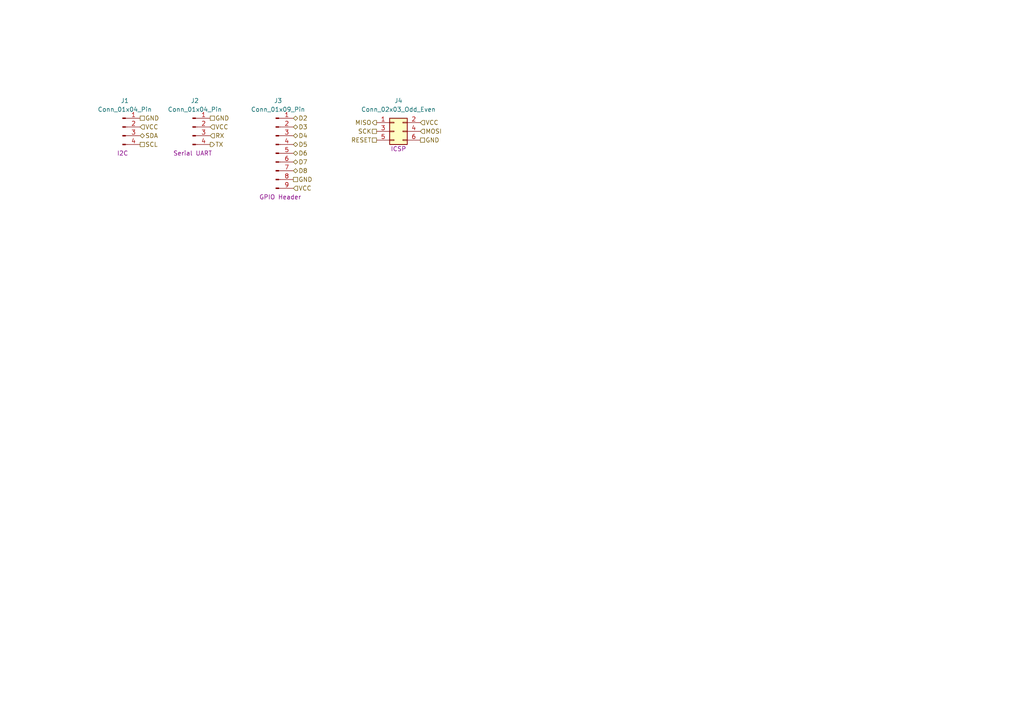
<source format=kicad_sch>
(kicad_sch (version 20231120) (generator "eeschema") (generator_version "8.0")
  (paper "A4")
  (lib_symbols
    (symbol "Connector:Conn_01x04_Pin" (pin_names (offset 1.016) hide)
      (property "Reference" "J" (at 0 5.08 0))
      (property "Value" "Conn_01x04_Pin" (at 0 -7.62 0))
      (symbol "Conn_01x04_Pin_1_1"
        (polyline (pts (xy 1.27 -5.08) (xy 0.8636 -5.08)) (stroke (width 0.1524)))
        (polyline (pts (xy 1.27 -2.54) (xy 0.8636 -2.54)) (stroke (width 0.1524)))
        (polyline (pts (xy 1.27 0) (xy 0.8636 0)) (stroke (width 0.1524)))
        (polyline (pts (xy 1.27 2.54) (xy 0.8636 2.54)) (stroke (width 0.1524)))
        (rectangle (start 0.8636 -4.953) (end 0 -5.207) (stroke (width 0.1524)) (fill (type outline)))
        (rectangle (start 0.8636 -2.413) (end 0 -2.667) (stroke (width 0.1524)) (fill (type outline)))
        (rectangle (start 0.8636 0.127) (end 0 -0.127) (stroke (width 0.1524)) (fill (type outline)))
        (rectangle (start 0.8636 2.667) (end 0 2.413) (stroke (width 0.1524)) (fill (type outline)))
        (pin passive line (at 5.08 2.54 180) (length 3.81) (name "Pin_1") (number "1"))
        (pin passive line (at 5.08 0 180) (length 3.81) (name "Pin_2") (number "2"))
        (pin passive line (at 5.08 -2.54 180) (length 3.81) (name "Pin_3") (number "3"))
        (pin passive line (at 5.08 -5.08 180) (length 3.81) (name "Pin_4") (number "4"))
      )
    )
    (symbol "Connector:Conn_01x09_Pin" (pin_names (offset 1.016) hide)
      (property "Reference" "J" (at 0 12.7 0))
      (property "Value" "Conn_01x09_Pin" (at 0 -12.7 0))
      (symbol "Conn_01x09_Pin_1_1"
        (polyline (pts (xy 1.27 -10.16) (xy 0.8636 -10.16)) (stroke (width 0.1524)))
        (polyline (pts (xy 1.27 -7.62) (xy 0.8636 -7.62)) (stroke (width 0.1524)))
        (polyline (pts (xy 1.27 -5.08) (xy 0.8636 -5.08)) (stroke (width 0.1524)))
        (polyline (pts (xy 1.27 -2.54) (xy 0.8636 -2.54)) (stroke (width 0.1524)))
        (polyline (pts (xy 1.27 0) (xy 0.8636 0)) (stroke (width 0.1524)))
        (polyline (pts (xy 1.27 2.54) (xy 0.8636 2.54)) (stroke (width 0.1524)))
        (polyline (pts (xy 1.27 5.08) (xy 0.8636 5.08)) (stroke (width 0.1524)))
        (polyline (pts (xy 1.27 7.62) (xy 0.8636 7.62)) (stroke (width 0.1524)))
        (polyline (pts (xy 1.27 10.16) (xy 0.8636 10.16)) (stroke (width 0.1524)))
        (rectangle (start 0.8636 -10.033) (end 0 -10.287) (stroke (width 0.1524)) (fill (type outline)))
        (rectangle (start 0.8636 -7.493) (end 0 -7.747) (stroke (width 0.1524)) (fill (type outline)))
        (rectangle (start 0.8636 -4.953) (end 0 -5.207) (stroke (width 0.1524)) (fill (type outline)))
        (rectangle (start 0.8636 -2.413) (end 0 -2.667) (stroke (width 0.1524)) (fill (type outline)))
        (rectangle (start 0.8636 0.127) (end 0 -0.127) (stroke (width 0.1524)) (fill (type outline)))
        (rectangle (start 0.8636 2.667) (end 0 2.413) (stroke (width 0.1524)) (fill (type outline)))
        (rectangle (start 0.8636 5.207) (end 0 4.953) (stroke (width 0.1524)) (fill (type outline)))
        (rectangle (start 0.8636 7.747) (end 0 7.493) (stroke (width 0.1524)) (fill (type outline)))
        (rectangle (start 0.8636 10.287) (end 0 10.033) (stroke (width 0.1524)) (fill (type outline)))
        (pin passive line (at 5.08 10.16 180) (length 3.81) (name "Pin_1") (number "1"))
        (pin passive line (at 5.08 7.62 180) (length 3.81) (name "Pin_2") (number "2"))
        (pin passive line (at 5.08 5.08 180) (length 3.81) (name "Pin_3") (number "3"))
        (pin passive line (at 5.08 2.54 180) (length 3.81) (name "Pin_4") (number "4"))
        (pin passive line (at 5.08 0 180) (length 3.81) (name "Pin_5") (number "5"))
        (pin passive line (at 5.08 -2.54 180) (length 3.81) (name "Pin_6") (number "6"))
        (pin passive line (at 5.08 -5.08 180) (length 3.81) (name "Pin_7") (number "7"))
        (pin passive line (at 5.08 -7.62 180) (length 3.81) (name "Pin_8") (number "8"))
        (pin passive line (at 5.08 -10.16 180) (length 3.81) (name "Pin_9") (number "9"))
      )
    )
    (symbol "Connector_Generic:Conn_02x03_Odd_Even" (pin_names (offset 1.016) hide)
      (property "Reference" "J" (at 1.27 5.08 0))
      (property "Value" "Conn_02x03_Odd_Even" (at 1.27 -5.08 0))
      (symbol "Conn_02x03_Odd_Even_1_1"
        (rectangle (start -1.27 -2.413) (end 0 -2.667) (stroke (width 0.1524)))
        (rectangle (start -1.27 0.127) (end 0 -0.127) (stroke (width 0.1524)))
        (rectangle (start -1.27 2.667) (end 0 2.413) (stroke (width 0.1524)))
        (rectangle (start -1.27 3.81) (end 3.81 -3.81) (stroke (width 0.254)) (fill (type background)))
        (rectangle (start 3.81 -2.413) (end 2.54 -2.667) (stroke (width 0.1524)))
        (rectangle (start 3.81 0.127) (end 2.54 -0.127) (stroke (width 0.1524)))
        (rectangle (start 3.81 2.667) (end 2.54 2.413) (stroke (width 0.1524)))
        (pin passive line (at -5.08 2.54 0) (length 3.81) (name "Pin_1") (number "1"))
        (pin passive line (at 7.62 2.54 180) (length 3.81) (name "Pin_2") (number "2"))
        (pin passive line (at -5.08 0 0) (length 3.81) (name "Pin_3") (number "3"))
        (pin passive line (at 7.62 0 180) (length 3.81) (name "Pin_4") (number "4"))
        (pin passive line (at -5.08 -2.54 0) (length 3.81) (name "Pin_5") (number "5"))
        (pin passive line (at 7.62 -2.54 180) (length 3.81) (name "Pin_6") (number "6"))
      )
    )
  )
  (hierarchical_label "VCC" (shape input) (at 85.09 54.61 0))
  (hierarchical_label "SCK" (shape passive) (at 109.22 38.1 180))
  (hierarchical_label "D6" (shape bidirectional) (at 85.09 44.45 0))
  (hierarchical_label "VCC" (shape input) (at 40.64 36.83 0))
  (hierarchical_label "RESET" (shape passive) (at 109.22 40.64 180))
  (hierarchical_label "D7" (shape bidirectional) (at 85.09 46.99 0))
  (hierarchical_label "D8" (shape bidirectional) (at 85.09 49.53 0))
  (hierarchical_label "MISO" (shape output) (at 109.22 35.56 180))
  (hierarchical_label "GND" (shape passive) (at 40.64 34.29 0))
  (hierarchical_label "D5" (shape bidirectional) (at 85.09 41.91 0))
  (hierarchical_label "GND" (shape passive) (at 85.09 52.07 0))
  (hierarchical_label "SDA" (shape bidirectional) (at 40.64 39.37 0))
  (hierarchical_label "D3" (shape bidirectional) (at 85.09 36.83 0))
  (hierarchical_label "D2" (shape bidirectional) (at 85.09 34.29 0))
  (hierarchical_label "RX" (shape input) (at 60.96 39.37 0))
  (hierarchical_label "D4" (shape bidirectional) (at 85.09 39.37 0))
  (hierarchical_label "GND" (shape passive) (at 121.92 40.64 0))
  (hierarchical_label "GND" (shape passive) (at 60.96 34.29 0))
  (hierarchical_label "SCL" (shape passive) (at 40.64 41.91 0))
  (hierarchical_label "MOSI" (shape input) (at 121.92 38.1 0))
  (hierarchical_label "VCC" (shape input) (at 60.96 36.83 0))
  (hierarchical_label "TX" (shape output) (at 60.96 41.91 0))
  (hierarchical_label "VCC" (shape input) (at 121.92 35.56 0))
  (symbol (lib_id "Connector_Generic:Conn_02x03_Odd_Even") (at 114.3 38.1 0) (unit 1)
    (property "Reference" "J4" (at 115.57 29.21 0))
    (property "Value" "Conn_02x03_Odd_Even" (at 115.57 31.75 0))
    (property "Footprint" "Connector_PinHeader_2.54mm:PinHeader_2x03_P2.54mm_Vertical" (effects (hide yes)))
    (property "Description" "Generic connector, double row, 02x03, odd/even pin numbering scheme (row 1 odd numbers, row 2 even numbers), script generated (kicad-library-utils/schlib/autogen/connector/)" (effects (hide yes)))
    (property "Purpose" "ICSP" (at 115.57 43.18 0))
  )
  (symbol (lib_id "Connector:Conn_01x09_Pin") (at 80.01 44.45 0) (unit 1)
    (property "Reference" "J3" (at 80.645 29.21 0))
    (property "Value" "Conn_01x09_Pin" (at 80.645 31.75 0))
    (property "Footprint" "Connector_PinHeader_2.54mm:PinHeader_1x09_P2.54mm_Vertical" (effects (hide yes)))
    (property "Description" "Generic connector, single row, 01x09, script generated" (effects (hide yes)))
    (property "Purpose" "GPIO Header" (at 81.28 57.15 0))
  )
  (symbol (lib_id "Connector:Conn_01x04_Pin") (at 35.56 36.83 0) (unit 1)
    (property "Reference" "J1" (at 36.195 29.21 0))
    (property "Value" "Conn_01x04_Pin" (at 36.195 31.75 0))
    (property "Footprint" "Connector_PinHeader_2.54mm:PinHeader_1x04_P2.54mm_Vertical" (effects (hide yes)))
    (property "Description" "Generic connector, single row, 01x04, script generated" (effects (hide yes)))
    (property "Purpose" "I2C" (at 35.56 44.45 0))
  )
  (symbol (lib_id "Connector:Conn_01x04_Pin") (at 55.88 36.83 0) (unit 1)
    (property "Reference" "J2" (at 56.515 29.21 0))
    (property "Value" "Conn_01x04_Pin" (at 56.515 31.75 0))
    (property "Footprint" "Connector_PinHeader_2.54mm:PinHeader_1x04_P2.54mm_Vertical" (effects (hide yes)))
    (property "Description" "Generic connector, single row, 01x04, script generated" (effects (hide yes)))
    (property "Purpose" "Serial UART" (at 55.88 44.45 0))
  )
)
</source>
